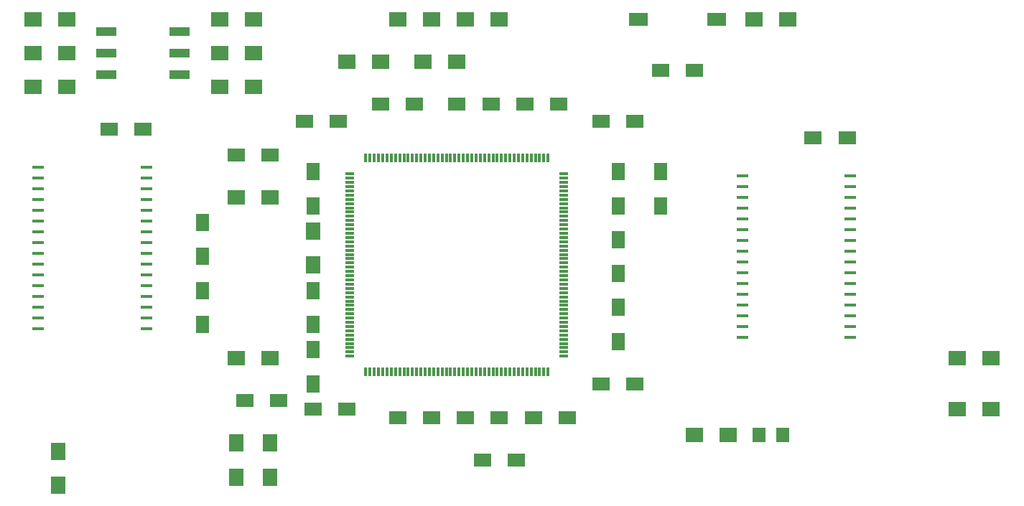
<source format=gtp>
G04 #@! TF.FileFunction,Paste,Top*
%FSLAX46Y46*%
G04 Gerber Fmt 4.6, Leading zero omitted, Abs format (unit mm)*
G04 Created by KiCad (PCBNEW 4.0.2+dfsg1-stable) date sab 20 lug 2019 18:23:04 CEST*
%MOMM*%
G01*
G04 APERTURE LIST*
%ADD10C,0.100000*%
%ADD11R,2.000000X1.700000*%
%ADD12R,1.600000X2.000000*%
%ADD13R,2.000000X1.600000*%
%ADD14R,1.700000X2.000000*%
%ADD15R,1.597660X1.800860*%
%ADD16R,2.180000X1.600000*%
%ADD17R,2.440000X1.120000*%
%ADD18R,1.400000X0.450000*%
%ADD19R,1.120000X0.300000*%
%ADD20R,0.300000X1.120000*%
G04 APERTURE END LIST*
D10*
D11*
X173000000Y-107000000D03*
X169000000Y-107000000D03*
X128000000Y-63000000D03*
X132000000Y-63000000D03*
X137000000Y-63000000D03*
X141000000Y-63000000D03*
X117000000Y-58000000D03*
X113000000Y-58000000D03*
X176000000Y-58000000D03*
X180000000Y-58000000D03*
D12*
X124000000Y-76000000D03*
X124000000Y-80000000D03*
X124000000Y-101000000D03*
X124000000Y-97000000D03*
D13*
X120000000Y-103000000D03*
X116000000Y-103000000D03*
X124000000Y-104000000D03*
X128000000Y-104000000D03*
X138000000Y-105000000D03*
X134000000Y-105000000D03*
X142000000Y-105000000D03*
X146000000Y-105000000D03*
X154000000Y-105000000D03*
X150000000Y-105000000D03*
X144000000Y-110000000D03*
X148000000Y-110000000D03*
D12*
X165000000Y-76000000D03*
X165000000Y-80000000D03*
D14*
X94000000Y-113000000D03*
X94000000Y-109000000D03*
D11*
X95000000Y-66000000D03*
X91000000Y-66000000D03*
X95000000Y-62000000D03*
X91000000Y-62000000D03*
X95000000Y-58000000D03*
X91000000Y-58000000D03*
X117000000Y-62000000D03*
X113000000Y-62000000D03*
X117000000Y-66000000D03*
X113000000Y-66000000D03*
D13*
X165000000Y-64000000D03*
X169000000Y-64000000D03*
X187000000Y-72000000D03*
X183000000Y-72000000D03*
X104000000Y-71000000D03*
X100000000Y-71000000D03*
D12*
X111000000Y-94000000D03*
X111000000Y-90000000D03*
X111000000Y-82000000D03*
X111000000Y-86000000D03*
X124000000Y-90000000D03*
X124000000Y-94000000D03*
D13*
X115000000Y-74000000D03*
X119000000Y-74000000D03*
X123000000Y-70000000D03*
X127000000Y-70000000D03*
X132000000Y-68000000D03*
X136000000Y-68000000D03*
X141000000Y-68000000D03*
X145000000Y-68000000D03*
X153000000Y-68000000D03*
X149000000Y-68000000D03*
X162000000Y-70000000D03*
X158000000Y-70000000D03*
D12*
X160000000Y-80000000D03*
X160000000Y-76000000D03*
X160000000Y-84000000D03*
X160000000Y-88000000D03*
X160000000Y-92000000D03*
X160000000Y-96000000D03*
D13*
X158000000Y-101000000D03*
X162000000Y-101000000D03*
D15*
X176580140Y-107000000D03*
X179419860Y-107000000D03*
D11*
X119000000Y-98000000D03*
X115000000Y-98000000D03*
X119000000Y-79000000D03*
X115000000Y-79000000D03*
X134000000Y-58000000D03*
X138000000Y-58000000D03*
X142000000Y-58000000D03*
X146000000Y-58000000D03*
D14*
X124000000Y-87000000D03*
X124000000Y-83000000D03*
D11*
X204000000Y-104000000D03*
X200000000Y-104000000D03*
D14*
X115000000Y-112000000D03*
X115000000Y-108000000D03*
X119000000Y-108000000D03*
X119000000Y-112000000D03*
D11*
X204000000Y-98000000D03*
X200000000Y-98000000D03*
D16*
X162410000Y-58000000D03*
X171590000Y-58000000D03*
D17*
X99695000Y-59460000D03*
X108305000Y-64540000D03*
X99695000Y-62000000D03*
X108305000Y-62000000D03*
X99695000Y-64540000D03*
X108305000Y-59460000D03*
D18*
X187370000Y-76475000D03*
X174630000Y-76475000D03*
X187370000Y-77745000D03*
X174630000Y-77745000D03*
X187370000Y-79015000D03*
X174630000Y-79015000D03*
X187370000Y-80285000D03*
X174630000Y-80285000D03*
X187370000Y-81555000D03*
X174630000Y-81555000D03*
X187370000Y-82825000D03*
X174630000Y-82825000D03*
X187370000Y-84095000D03*
X174630000Y-84095000D03*
X187370000Y-85365000D03*
X174630000Y-85365000D03*
X187370000Y-86635000D03*
X174630000Y-86635000D03*
X187370000Y-87905000D03*
X174630000Y-87905000D03*
X187370000Y-89175000D03*
X174630000Y-89175000D03*
X187370000Y-90445000D03*
X174630000Y-90445000D03*
X187370000Y-91715000D03*
X174630000Y-91715000D03*
X187370000Y-92985000D03*
X174630000Y-92985000D03*
X187370000Y-94255000D03*
X174630000Y-94255000D03*
X187370000Y-95525000D03*
X174630000Y-95525000D03*
X104370000Y-75475000D03*
X91630000Y-75475000D03*
X104370000Y-76745000D03*
X91630000Y-76745000D03*
X104370000Y-78015000D03*
X91630000Y-78015000D03*
X104370000Y-79285000D03*
X91630000Y-79285000D03*
X104370000Y-80555000D03*
X91630000Y-80555000D03*
X104370000Y-81825000D03*
X91630000Y-81825000D03*
X104370000Y-83095000D03*
X91630000Y-83095000D03*
X104370000Y-84365000D03*
X91630000Y-84365000D03*
X104370000Y-85635000D03*
X91630000Y-85635000D03*
X104370000Y-86905000D03*
X91630000Y-86905000D03*
X104370000Y-88175000D03*
X91630000Y-88175000D03*
X104370000Y-89445000D03*
X91630000Y-89445000D03*
X104370000Y-90715000D03*
X91630000Y-90715000D03*
X104370000Y-91985000D03*
X91630000Y-91985000D03*
X104370000Y-93255000D03*
X91630000Y-93255000D03*
X104370000Y-94525000D03*
X91630000Y-94525000D03*
D19*
X128380000Y-76250000D03*
X128380000Y-76750000D03*
X128380000Y-77250000D03*
X128380000Y-77750000D03*
X128380000Y-78250000D03*
X128380000Y-78750000D03*
X128380000Y-79250000D03*
X128380000Y-79750000D03*
X128380000Y-80250000D03*
X128380000Y-80750000D03*
X128380000Y-81250000D03*
X128380000Y-81750000D03*
X128380000Y-82250000D03*
X128380000Y-82750000D03*
X128380000Y-83250000D03*
X128380000Y-83750000D03*
X128380000Y-84250000D03*
X128380000Y-84750000D03*
X128380000Y-85250000D03*
X128380000Y-85750000D03*
X128380000Y-86250000D03*
X128380000Y-86750000D03*
X128380000Y-87250000D03*
X128380000Y-87750000D03*
X128380000Y-88250000D03*
X128380000Y-88750000D03*
X128380000Y-89250000D03*
X128380000Y-89750000D03*
X128380000Y-90250000D03*
X128380000Y-90750000D03*
X128380000Y-91250000D03*
X128380000Y-91750000D03*
X128380000Y-92250000D03*
X128380000Y-92750000D03*
X128380000Y-93250000D03*
X128380000Y-93750000D03*
X128380000Y-94250000D03*
X128380000Y-94750000D03*
X128380000Y-95250000D03*
X128380000Y-95750000D03*
X128380000Y-96250000D03*
X128380000Y-96750000D03*
X128380000Y-97250000D03*
X128380000Y-97750000D03*
D20*
X130250000Y-99620000D03*
X130750000Y-99620000D03*
X131250000Y-99620000D03*
X131750000Y-99620000D03*
X132250000Y-99620000D03*
X132750000Y-99620000D03*
X133250000Y-99620000D03*
X133750000Y-99620000D03*
X134250000Y-99620000D03*
X134750000Y-99620000D03*
X135250000Y-99620000D03*
X135750000Y-99620000D03*
X136250000Y-99620000D03*
X136750000Y-99620000D03*
X137250000Y-99620000D03*
X137750000Y-99620000D03*
X138250000Y-99620000D03*
X138750000Y-99620000D03*
X139250000Y-99620000D03*
X139750000Y-99620000D03*
X140250000Y-99620000D03*
X140750000Y-99620000D03*
X141250000Y-99620000D03*
X141750000Y-99620000D03*
X142250000Y-99620000D03*
X142750000Y-99620000D03*
X143250000Y-99620000D03*
X143750000Y-99620000D03*
X144250000Y-99620000D03*
X144750000Y-99620000D03*
X145250000Y-99620000D03*
X145750000Y-99620000D03*
X146250000Y-99620000D03*
X146750000Y-99620000D03*
X147250000Y-99620000D03*
X147750000Y-99620000D03*
X148250000Y-99620000D03*
X148750000Y-99620000D03*
X149250000Y-99620000D03*
X149750000Y-99620000D03*
X150250000Y-99620000D03*
X150750000Y-99620000D03*
X151250000Y-99620000D03*
X151750000Y-99620000D03*
D19*
X153620000Y-97750000D03*
X153620000Y-97250000D03*
X153620000Y-96750000D03*
X153620000Y-96250000D03*
X153620000Y-95750000D03*
X153620000Y-95250000D03*
X153620000Y-94750000D03*
X153620000Y-94250000D03*
X153620000Y-93750000D03*
X153620000Y-93250000D03*
X153620000Y-92750000D03*
X153620000Y-92250000D03*
X153620000Y-91750000D03*
X153620000Y-91250000D03*
X153620000Y-90750000D03*
X153620000Y-90250000D03*
X153620000Y-89750000D03*
X153620000Y-89250000D03*
X153620000Y-88750000D03*
X153620000Y-88250000D03*
X153620000Y-87750000D03*
X153620000Y-87250000D03*
X153620000Y-86750000D03*
X153620000Y-86250000D03*
X153620000Y-85750000D03*
X153620000Y-85250000D03*
X153620000Y-84750000D03*
X153620000Y-84250000D03*
X153620000Y-83750000D03*
X153620000Y-83250000D03*
X153620000Y-82750000D03*
X153620000Y-82250000D03*
X153620000Y-81750000D03*
X153620000Y-81250000D03*
X153620000Y-80750000D03*
X153620000Y-80250000D03*
X153620000Y-79750000D03*
X153620000Y-79250000D03*
X153620000Y-78750000D03*
X153620000Y-78250000D03*
X153620000Y-77750000D03*
X153620000Y-77250000D03*
X153620000Y-76750000D03*
X153620000Y-76250000D03*
D20*
X151750000Y-74380000D03*
X151250000Y-74380000D03*
X150750000Y-74380000D03*
X150250000Y-74380000D03*
X149750000Y-74380000D03*
X149250000Y-74380000D03*
X148750000Y-74380000D03*
X148250000Y-74380000D03*
X147750000Y-74380000D03*
X147250000Y-74380000D03*
X146750000Y-74380000D03*
X146250000Y-74380000D03*
X145750000Y-74380000D03*
X145250000Y-74380000D03*
X144750000Y-74380000D03*
X144250000Y-74380000D03*
X143750000Y-74380000D03*
X143250000Y-74380000D03*
X142750000Y-74380000D03*
X142250000Y-74380000D03*
X141750000Y-74380000D03*
X141250000Y-74380000D03*
X140750000Y-74380000D03*
X140250000Y-74380000D03*
X139750000Y-74380000D03*
X139250000Y-74380000D03*
X138750000Y-74380000D03*
X138250000Y-74380000D03*
X137750000Y-74380000D03*
X137250000Y-74380000D03*
X136750000Y-74380000D03*
X136250000Y-74380000D03*
X135750000Y-74380000D03*
X135250000Y-74380000D03*
X134750000Y-74380000D03*
X134250000Y-74380000D03*
X133750000Y-74380000D03*
X133250000Y-74380000D03*
X132750000Y-74380000D03*
X132250000Y-74380000D03*
X131750000Y-74380000D03*
X131250000Y-74380000D03*
X130750000Y-74380000D03*
X130250000Y-74380000D03*
M02*

</source>
